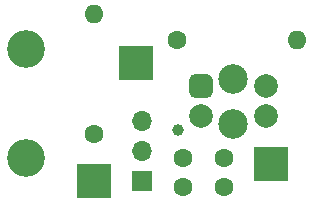
<source format=gbr>
%TF.GenerationSoftware,KiCad,Pcbnew,8.0.5*%
%TF.CreationDate,2024-09-27T23:05:58+12:00*%
%TF.ProjectId,LFR PCB,4c465220-5043-4422-9e6b-696361645f70,rev?*%
%TF.SameCoordinates,Original*%
%TF.FileFunction,Soldermask,Top*%
%TF.FilePolarity,Negative*%
%FSLAX46Y46*%
G04 Gerber Fmt 4.6, Leading zero omitted, Abs format (unit mm)*
G04 Created by KiCad (PCBNEW 8.0.5) date 2024-09-27 23:05:58*
%MOMM*%
%LPD*%
G01*
G04 APERTURE LIST*
G04 Aperture macros list*
%AMRoundRect*
0 Rectangle with rounded corners*
0 $1 Rounding radius*
0 $2 $3 $4 $5 $6 $7 $8 $9 X,Y pos of 4 corners*
0 Add a 4 corners polygon primitive as box body*
4,1,4,$2,$3,$4,$5,$6,$7,$8,$9,$2,$3,0*
0 Add four circle primitives for the rounded corners*
1,1,$1+$1,$2,$3*
1,1,$1+$1,$4,$5*
1,1,$1+$1,$6,$7*
1,1,$1+$1,$8,$9*
0 Add four rect primitives between the rounded corners*
20,1,$1+$1,$2,$3,$4,$5,0*
20,1,$1+$1,$4,$5,$6,$7,0*
20,1,$1+$1,$6,$7,$8,$9,0*
20,1,$1+$1,$8,$9,$2,$3,0*%
G04 Aperture macros list end*
%ADD10R,3.000000X3.000000*%
%ADD11C,1.600000*%
%ADD12O,1.600000X1.600000*%
%ADD13C,3.200000*%
%ADD14R,1.700000X1.700000*%
%ADD15O,1.700000X1.700000*%
%ADD16C,1.000000*%
%ADD17C,2.500000*%
%ADD18RoundRect,0.500000X-0.500000X-0.500000X0.500000X-0.500000X0.500000X0.500000X-0.500000X0.500000X0*%
%ADD19C,2.000000*%
G04 APERTURE END LIST*
D10*
%TO.C,TP2*%
X237000000Y-82000000D03*
%TD*%
D11*
%TO.C,C2*%
X244500000Y-82500000D03*
X244500000Y-80000000D03*
%TD*%
%TO.C,R1*%
X244000000Y-70000000D03*
D12*
X254160000Y-70000000D03*
%TD*%
D13*
%TO.C,H2*%
X231250000Y-70750000D03*
%TD*%
D11*
%TO.C,R2*%
X237000000Y-78000000D03*
D12*
X237000000Y-67840000D03*
%TD*%
D13*
%TO.C,H1*%
X231250000Y-80000000D03*
%TD*%
D11*
%TO.C,C1*%
X248000000Y-82500000D03*
X248000000Y-80000000D03*
%TD*%
D14*
%TO.C,J1*%
X241000000Y-82000000D03*
D15*
X241000000Y-79460000D03*
X241000000Y-76920000D03*
%TD*%
D10*
%TO.C,TP3*%
X240500000Y-72000000D03*
%TD*%
%TO.C,TP1*%
X252000000Y-80500000D03*
%TD*%
D16*
%TO.C,U4*%
X244100000Y-77680000D03*
D17*
X248750000Y-73330000D03*
X248750000Y-77130000D03*
D18*
X246000000Y-73960000D03*
D19*
X246000000Y-76500000D03*
X251500000Y-76500000D03*
X251500000Y-73960000D03*
%TD*%
M02*

</source>
